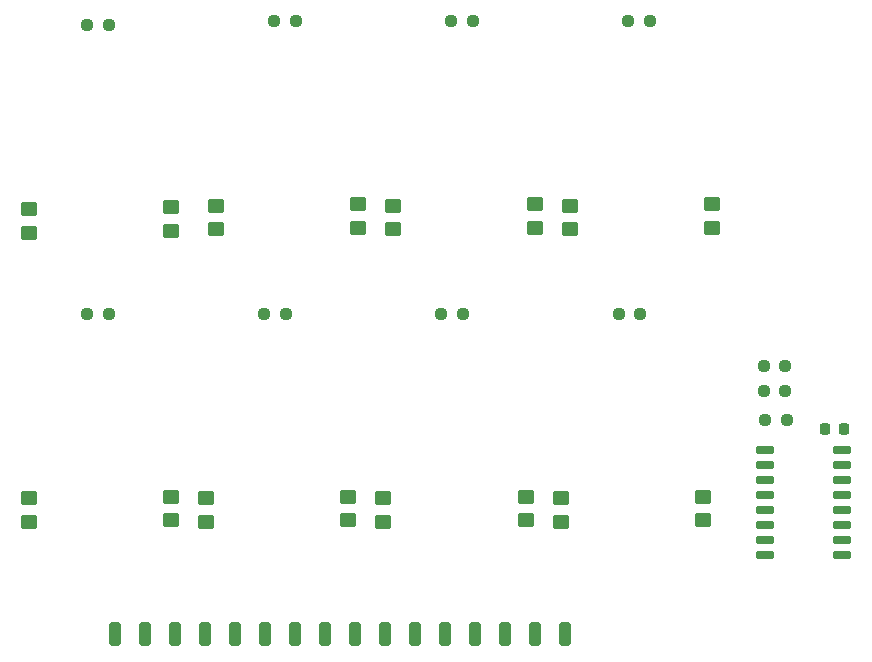
<source format=gbr>
%TF.GenerationSoftware,KiCad,Pcbnew,8.0.2*%
%TF.CreationDate,2025-01-24T00:11:38+01:00*%
%TF.ProjectId,INPUT_ADD_ON,494e5055-545f-4414-9444-5f4f4e2e6b69,rev?*%
%TF.SameCoordinates,Original*%
%TF.FileFunction,Paste,Top*%
%TF.FilePolarity,Positive*%
%FSLAX46Y46*%
G04 Gerber Fmt 4.6, Leading zero omitted, Abs format (unit mm)*
G04 Created by KiCad (PCBNEW 8.0.2) date 2025-01-24 00:11:38*
%MOMM*%
%LPD*%
G01*
G04 APERTURE LIST*
G04 Aperture macros list*
%AMRoundRect*
0 Rectangle with rounded corners*
0 $1 Rounding radius*
0 $2 $3 $4 $5 $6 $7 $8 $9 X,Y pos of 4 corners*
0 Add a 4 corners polygon primitive as box body*
4,1,4,$2,$3,$4,$5,$6,$7,$8,$9,$2,$3,0*
0 Add four circle primitives for the rounded corners*
1,1,$1+$1,$2,$3*
1,1,$1+$1,$4,$5*
1,1,$1+$1,$6,$7*
1,1,$1+$1,$8,$9*
0 Add four rect primitives between the rounded corners*
20,1,$1+$1,$2,$3,$4,$5,0*
20,1,$1+$1,$4,$5,$6,$7,0*
20,1,$1+$1,$6,$7,$8,$9,0*
20,1,$1+$1,$8,$9,$2,$3,0*%
G04 Aperture macros list end*
%ADD10RoundRect,0.150000X-0.650000X-0.150000X0.650000X-0.150000X0.650000X0.150000X-0.650000X0.150000X0*%
%ADD11RoundRect,0.250000X0.450000X-0.350000X0.450000X0.350000X-0.450000X0.350000X-0.450000X-0.350000X0*%
%ADD12RoundRect,0.237500X-0.250000X-0.237500X0.250000X-0.237500X0.250000X0.237500X-0.250000X0.237500X0*%
%ADD13RoundRect,0.237500X0.250000X0.237500X-0.250000X0.237500X-0.250000X-0.237500X0.250000X-0.237500X0*%
%ADD14RoundRect,0.250000X0.250000X0.750000X-0.250000X0.750000X-0.250000X-0.750000X0.250000X-0.750000X0*%
%ADD15RoundRect,0.225000X0.225000X0.250000X-0.225000X0.250000X-0.225000X-0.250000X0.225000X-0.250000X0*%
G04 APERTURE END LIST*
D10*
%TO.C,U101*%
X161250000Y-107555000D03*
X161250000Y-108825000D03*
X161250000Y-110095000D03*
X161250000Y-111365000D03*
X161250000Y-112635000D03*
X161250000Y-113905000D03*
X161250000Y-115175000D03*
X161250000Y-116445000D03*
X167750000Y-116445000D03*
X167750000Y-115175000D03*
X167750000Y-113905000D03*
X167750000Y-112635000D03*
X167750000Y-111365000D03*
X167750000Y-110095000D03*
X167750000Y-108825000D03*
X167750000Y-107555000D03*
%TD*%
D11*
%TO.C,R903*%
X98949000Y-87166000D03*
X98949000Y-89166000D03*
%TD*%
%TO.C,R902*%
X110985000Y-87037000D03*
X110985000Y-89037000D03*
%TD*%
D12*
%TO.C,R901*%
X105687500Y-71557000D03*
X103862500Y-71557000D03*
%TD*%
D11*
%TO.C,R803*%
X143933000Y-113646000D03*
X143933000Y-111646000D03*
%TD*%
%TO.C,R802*%
X155969000Y-113517000D03*
X155969000Y-111517000D03*
%TD*%
D12*
%TO.C,R801*%
X148846500Y-96037000D03*
X150671500Y-96037000D03*
%TD*%
D11*
%TO.C,R703*%
X128933000Y-113646000D03*
X128933000Y-111646000D03*
%TD*%
%TO.C,R702*%
X140969000Y-113517000D03*
X140969000Y-111517000D03*
%TD*%
D12*
%TO.C,R701*%
X133846500Y-96037000D03*
X135671500Y-96037000D03*
%TD*%
D11*
%TO.C,R603*%
X113933000Y-113646000D03*
X113933000Y-111646000D03*
%TD*%
%TO.C,R602*%
X125969000Y-113517000D03*
X125969000Y-111517000D03*
%TD*%
D12*
%TO.C,R601*%
X118846500Y-96037000D03*
X120671500Y-96037000D03*
%TD*%
D11*
%TO.C,R503*%
X98933000Y-113646000D03*
X98933000Y-111646000D03*
%TD*%
%TO.C,R502*%
X110969000Y-113517000D03*
X110969000Y-111517000D03*
%TD*%
D12*
%TO.C,R501*%
X103846500Y-96037000D03*
X105671500Y-96037000D03*
%TD*%
D11*
%TO.C,R403*%
X144761000Y-88878000D03*
X144761000Y-86878000D03*
%TD*%
%TO.C,R402*%
X156797000Y-88749000D03*
X156797000Y-86749000D03*
%TD*%
D12*
%TO.C,R401*%
X149674500Y-71269000D03*
X151499500Y-71269000D03*
%TD*%
D11*
%TO.C,R303*%
X129761000Y-88878000D03*
X129761000Y-86878000D03*
%TD*%
%TO.C,R302*%
X141797000Y-88749000D03*
X141797000Y-86749000D03*
%TD*%
D12*
%TO.C,R301*%
X134674500Y-71269000D03*
X136499500Y-71269000D03*
%TD*%
D11*
%TO.C,R203*%
X114761000Y-88878000D03*
X114761000Y-86878000D03*
%TD*%
%TO.C,R202*%
X126797000Y-88749000D03*
X126797000Y-86749000D03*
%TD*%
D12*
%TO.C,R201*%
X119674500Y-71269000D03*
X121499500Y-71269000D03*
%TD*%
D13*
%TO.C,R103*%
X161139500Y-100457000D03*
X162964500Y-100457000D03*
%TD*%
%TO.C,R102*%
X162964500Y-102616000D03*
X161139500Y-102616000D03*
%TD*%
%TO.C,R101*%
X161266500Y-105029000D03*
X163091500Y-105029000D03*
%TD*%
D14*
%TO.C,J903*%
X106172000Y-123190000D03*
%TD*%
%TO.C,J902*%
X108712000Y-123190000D03*
%TD*%
%TO.C,J803*%
X141732000Y-123190000D03*
%TD*%
%TO.C,J802*%
X144272000Y-123190000D03*
%TD*%
%TO.C,J703*%
X131572000Y-123190000D03*
%TD*%
%TO.C,J702*%
X134112000Y-123190000D03*
%TD*%
%TO.C,J603*%
X121412000Y-123190000D03*
%TD*%
%TO.C,J602*%
X123952000Y-123190000D03*
%TD*%
%TO.C,J503*%
X111252000Y-123190000D03*
%TD*%
%TO.C,J502*%
X113792000Y-123190000D03*
%TD*%
%TO.C,J403*%
X136652000Y-123190000D03*
%TD*%
%TO.C,J402*%
X139192000Y-123190000D03*
%TD*%
%TO.C,J303*%
X126492000Y-123190000D03*
%TD*%
%TO.C,J302*%
X129032000Y-123190000D03*
%TD*%
%TO.C,J203*%
X116332000Y-123190000D03*
%TD*%
%TO.C,J202*%
X118872000Y-123190000D03*
%TD*%
D15*
%TO.C,C101*%
X167907000Y-105791000D03*
X166357000Y-105791000D03*
%TD*%
M02*

</source>
